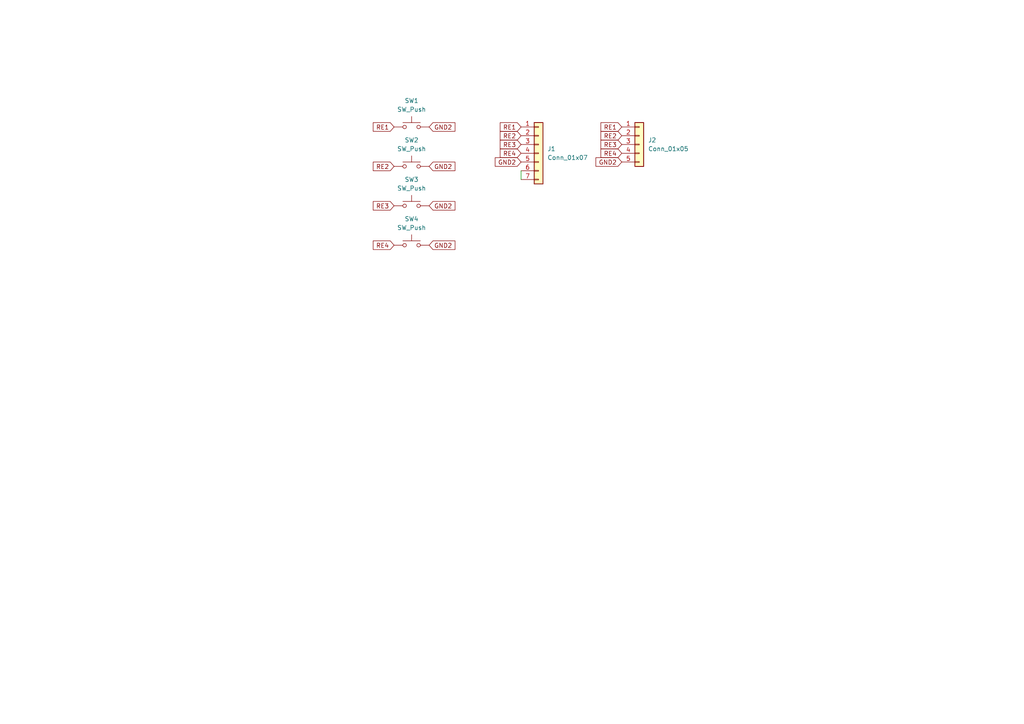
<source format=kicad_sch>
(kicad_sch (version 20230121) (generator eeschema)
  (paper "A4")
  (lib_symbols
    (symbol "Connector_Generic:Conn_01x05" (pin_names (offset 1.016) hide)
      (property "Reference" "J" (at 0 7.62 0))
      (property "Value" "Conn_01x05" (at 0 -7.62 0))
      (symbol "Conn_01x05_1_1"
        (rectangle (start -1.27 -4.953) (end 0 -5.207) (stroke (width 0.1524)))
        (rectangle (start -1.27 -2.413) (end 0 -2.667) (stroke (width 0.1524)))
        (rectangle (start -1.27 0.127) (end 0 -0.127) (stroke (width 0.1524)))
        (rectangle (start -1.27 2.667) (end 0 2.413) (stroke (width 0.1524)))
        (rectangle (start -1.27 5.207) (end 0 4.953) (stroke (width 0.1524)))
        (rectangle (start -1.27 6.35) (end 1.27 -6.35) (stroke (width 0.254)) (fill (type background)))
        (pin passive line (at -5.08 5.08 0) (length 3.81) (name "Pin_1") (number "1"))
        (pin passive line (at -5.08 2.54 0) (length 3.81) (name "Pin_2") (number "2"))
        (pin passive line (at -5.08 0 0) (length 3.81) (name "Pin_3") (number "3"))
        (pin passive line (at -5.08 -2.54 0) (length 3.81) (name "Pin_4") (number "4"))
        (pin passive line (at -5.08 -5.08 0) (length 3.81) (name "Pin_5") (number "5"))
      )
    )
    (symbol "Connector_Generic:Conn_01x07" (pin_names (offset 1.016) hide)
      (property "Reference" "J" (at 0 10.16 0))
      (property "Value" "Conn_01x07" (at 0 -10.16 0))
      (symbol "Conn_01x07_1_1"
        (rectangle (start -1.27 -7.493) (end 0 -7.747) (stroke (width 0.1524)))
        (rectangle (start -1.27 -4.953) (end 0 -5.207) (stroke (width 0.1524)))
        (rectangle (start -1.27 -2.413) (end 0 -2.667) (stroke (width 0.1524)))
        (rectangle (start -1.27 0.127) (end 0 -0.127) (stroke (width 0.1524)))
        (rectangle (start -1.27 2.667) (end 0 2.413) (stroke (width 0.1524)))
        (rectangle (start -1.27 5.207) (end 0 4.953) (stroke (width 0.1524)))
        (rectangle (start -1.27 7.747) (end 0 7.493) (stroke (width 0.1524)))
        (rectangle (start -1.27 8.89) (end 1.27 -8.89) (stroke (width 0.254)) (fill (type background)))
        (pin passive line (at -5.08 7.62 0) (length 3.81) (name "Pin_1") (number "1"))
        (pin passive line (at -5.08 5.08 0) (length 3.81) (name "Pin_2") (number "2"))
        (pin passive line (at -5.08 2.54 0) (length 3.81) (name "Pin_3") (number "3"))
        (pin passive line (at -5.08 0 0) (length 3.81) (name "Pin_4") (number "4"))
        (pin passive line (at -5.08 -2.54 0) (length 3.81) (name "Pin_5") (number "5"))
        (pin passive line (at -5.08 -5.08 0) (length 3.81) (name "Pin_6") (number "6"))
        (pin passive line (at -5.08 -7.62 0) (length 3.81) (name "Pin_7") (number "7"))
      )
    )
    (symbol "Switch:SW_Push" (pin_numbers hide) (pin_names (offset 1.016) hide)
      (property "Reference" "SW" (at 1.27 2.54 0))
      (property "Value" "SW_Push" (at 0 -1.524 0))
      (symbol "SW_Push_0_1"
        (circle (center -2.032 0) (radius 0.508))
        (polyline (pts (xy 0 1.27) (xy 0 3.048)))
        (polyline (pts (xy 2.54 1.27) (xy -2.54 1.27)))
        (circle (center 2.032 0) (radius 0.508))
        (pin passive line (at -5.08 0 0) (length 2.54) (name "1") (number "1"))
        (pin passive line (at 5.08 0 180) (length 2.54) (name "2") (number "2"))
      )
    )
  )
  (wire (pts (xy 151.13 49.53) (xy 151.13 52.07)))
  (global_label "GND2" (shape input) (at 180.34 46.99 180) (property "Intersheetrefs" "${INTERSHEET_REFS}" (effects hide)))
  (global_label "RE3" (shape input) (at 114.3 59.69 180) (property "Intersheetrefs" "${INTERSHEET_REFS}" (effects hide)))
  (global_label "GND2" (shape input) (at 124.46 59.69 0) (property "Intersheetrefs" "${INTERSHEET_REFS}" (effects hide)))
  (global_label "GND2" (shape input) (at 124.46 71.12 0) (property "Intersheetrefs" "${INTERSHEET_REFS}" (effects hide)))
  (global_label "RE4" (shape input) (at 180.34 44.45 180) (property "Intersheetrefs" "${INTERSHEET_REFS}" (effects hide)))
  (global_label "GND2" (shape input) (at 124.46 36.83 0) (property "Intersheetrefs" "${INTERSHEET_REFS}" (effects hide)))
  (global_label "RE4" (shape input) (at 114.3 71.12 180) (property "Intersheetrefs" "${INTERSHEET_REFS}" (effects hide)))
  (global_label "RE3" (shape input) (at 180.34 41.91 180) (property "Intersheetrefs" "${INTERSHEET_REFS}" (effects hide)))
  (global_label "RE1" (shape input) (at 151.13 36.83 180) (property "Intersheetrefs" "${INTERSHEET_REFS}" (effects hide)))
  (global_label "RE2" (shape input) (at 151.13 39.37 180) (property "Intersheetrefs" "${INTERSHEET_REFS}" (effects hide)))
  (global_label "GND2" (shape input) (at 151.13 46.99 180) (property "Intersheetrefs" "${INTERSHEET_REFS}" (effects hide)))
  (global_label "RE4" (shape input) (at 151.13 44.45 180) (property "Intersheetrefs" "${INTERSHEET_REFS}" (effects hide)))
  (global_label "RE1" (shape input) (at 114.3 36.83 180) (property "Intersheetrefs" "${INTERSHEET_REFS}" (effects hide)))
  (global_label "RE1" (shape input) (at 180.34 36.83 180) (property "Intersheetrefs" "${INTERSHEET_REFS}" (effects hide)))
  (global_label "GND2" (shape input) (at 124.46 48.26 0) (property "Intersheetrefs" "${INTERSHEET_REFS}" (effects hide)))
  (global_label "RE2" (shape input) (at 114.3 48.26 180) (property "Intersheetrefs" "${INTERSHEET_REFS}" (effects hide)))
  (global_label "RE3" (shape input) (at 151.13 41.91 180) (property "Intersheetrefs" "${INTERSHEET_REFS}" (effects hide)))
  (global_label "RE2" (shape input) (at 180.34 39.37 180) (property "Intersheetrefs" "${INTERSHEET_REFS}" (effects hide)))
  (symbol (lib_id "Switch:SW_Push") (at 119.38 36.83 0) (unit 1)
    (property "Reference" "SW1" (at 119.38 29.21 0))
    (property "Value" "SW_Push" (at 119.38 31.75 0))
    (property "Footprint" "Button_Switch_SMD:Panasonic_EVQPUM_EVQPUD" (effects hide))
  )
  (symbol (lib_id "Connector_Generic:Conn_01x05") (at 185.42 41.91 0) (unit 1)
    (property "Reference" "J2" (at 187.96 40.64 0) (effects (justify left)))
    (property "Value" "Conn_01x05" (at 187.96 43.18 0) (effects (justify left)))
    (property "Footprint" "Connector_PinSocket_2.54mm:PinSocket_1x05_P2.54mm_Vertical" (effects hide))
  )
  (symbol (lib_id "Connector_Generic:Conn_01x07") (at 156.21 44.45 0) (unit 1)
    (property "Reference" "J1" (at 158.75 43.18 0) (effects (justify left)))
    (property "Value" "Conn_01x07" (at 158.75 45.72 0) (effects (justify left)))
    (property "Footprint" "Connector_PinSocket_2.54mm:PinSocket_1x07_P2.54mm_Vertical" (effects hide))
  )
  (symbol (lib_id "Switch:SW_Push") (at 119.38 71.12 0) (unit 1)
    (property "Reference" "SW4" (at 119.38 63.5 0))
    (property "Value" "SW_Push" (at 119.38 66.04 0))
    (property "Footprint" "Button_Switch_SMD:Panasonic_EVQPUM_EVQPUD" (effects hide))
  )
  (symbol (lib_id "Switch:SW_Push") (at 119.38 59.69 0) (unit 1)
    (property "Reference" "SW3" (at 119.38 52.07 0))
    (property "Value" "SW_Push" (at 119.38 54.61 0))
    (property "Footprint" "Button_Switch_SMD:Panasonic_EVQPUM_EVQPUD" (effects hide))
  )
  (symbol (lib_id "Switch:SW_Push") (at 119.38 48.26 0) (unit 1)
    (property "Reference" "SW2" (at 119.38 40.64 0))
    (property "Value" "SW_Push" (at 119.38 43.18 0))
    (property "Footprint" "Button_Switch_SMD:Panasonic_EVQPUM_EVQPUD" (effects hide))
  )
)
</source>
